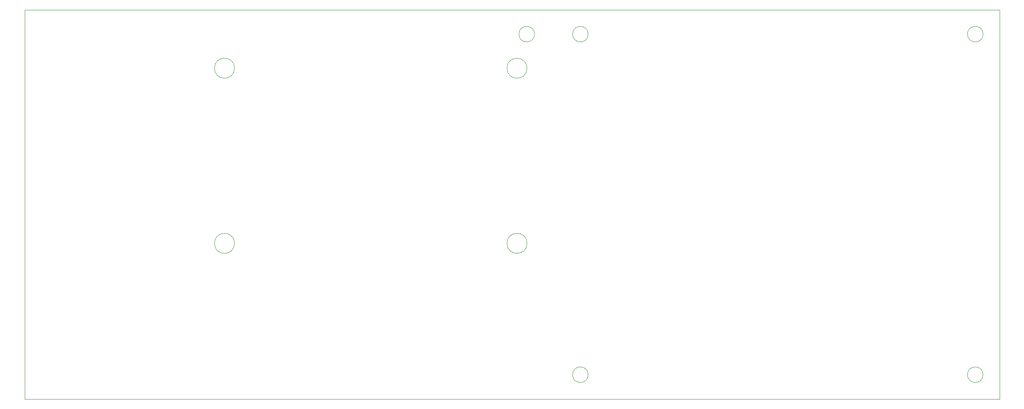
<source format=gm1>
G04 #@! TF.GenerationSoftware,KiCad,Pcbnew,6.0.2+dfsg-1*
G04 #@! TF.CreationDate,2024-12-12T20:43:20+00:00*
G04 #@! TF.ProjectId,HV_PSU,48565f50-5355-42e6-9b69-6361645f7063,rev?*
G04 #@! TF.SameCoordinates,Original*
G04 #@! TF.FileFunction,Profile,NP*
%FSLAX46Y46*%
G04 Gerber Fmt 4.6, Leading zero omitted, Abs format (unit mm)*
G04 Created by KiCad (PCBNEW 6.0.2+dfsg-1) date 2024-12-12 20:43:20*
%MOMM*%
%LPD*%
G01*
G04 APERTURE LIST*
G04 #@! TA.AperFunction,Profile*
%ADD10C,0.100000*%
G04 #@! TD*
G04 APERTURE END LIST*
D10*
X271850000Y-83250000D02*
G75*
G03*
X271850000Y-83250000I-1600000J0D01*
G01*
X118311553Y-126250000D02*
G75*
G03*
X118311553Y-126250000I-2061553J0D01*
G01*
X178311553Y-90250000D02*
G75*
G03*
X178311553Y-90250000I-2061553J0D01*
G01*
X190850000Y-83250000D02*
G75*
G03*
X190850000Y-83250000I-1600000J0D01*
G01*
X178311553Y-126250000D02*
G75*
G03*
X178311553Y-126250000I-2061553J0D01*
G01*
X271850000Y-153250000D02*
G75*
G03*
X271850000Y-153250000I-1600000J0D01*
G01*
X190850000Y-153250000D02*
G75*
G03*
X190850000Y-153250000I-1600000J0D01*
G01*
X118311553Y-90250000D02*
G75*
G03*
X118311553Y-90250000I-2061553J0D01*
G01*
X179850000Y-83250000D02*
G75*
G03*
X179850000Y-83250000I-1600000J0D01*
G01*
X75250000Y-78250000D02*
X275250000Y-78250000D01*
X275250000Y-78250000D02*
X275250000Y-158250000D01*
X275250000Y-158250000D02*
X75250000Y-158250000D01*
X75250000Y-158250000D02*
X75250000Y-78250000D01*
M02*

</source>
